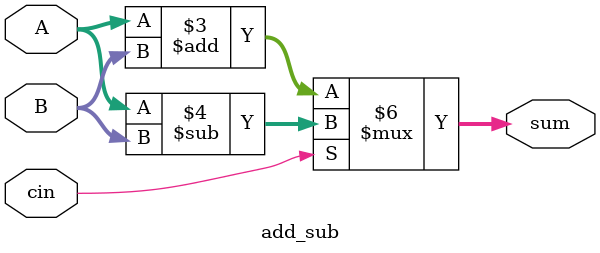
<source format=v>


module add_sub(A, B, cin, sum);
    input [52:0] A, B;
    input cin;
    output reg [53:0] sum;

    always @(A, B, cin) begin
        if(!cin)
            sum = A + B;
        else
            sum = A - B;
    end

endmodule




</source>
